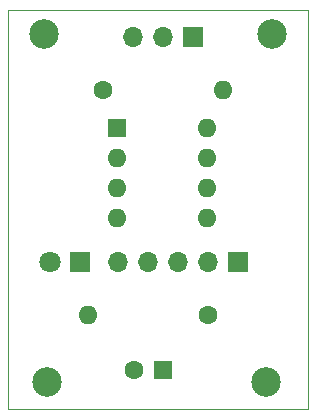
<source format=gbr>
%TF.GenerationSoftware,KiCad,Pcbnew,(6.0.0)*%
%TF.CreationDate,2022-02-06T14:28:58-06:00*%
%TF.ProjectId,moduloSonidoPCB,6d6f6475-6c6f-4536-9f6e-69646f504342,rev?*%
%TF.SameCoordinates,Original*%
%TF.FileFunction,Soldermask,Bot*%
%TF.FilePolarity,Negative*%
%FSLAX46Y46*%
G04 Gerber Fmt 4.6, Leading zero omitted, Abs format (unit mm)*
G04 Created by KiCad (PCBNEW (6.0.0)) date 2022-02-06 14:28:58*
%MOMM*%
%LPD*%
G01*
G04 APERTURE LIST*
%TA.AperFunction,Profile*%
%ADD10C,0.100000*%
%TD*%
%ADD11C,1.600000*%
%ADD12O,1.600000X1.600000*%
%ADD13R,1.700000X1.700000*%
%ADD14O,1.700000X1.700000*%
%ADD15C,2.500000*%
%ADD16R,1.600000X1.600000*%
%ADD17R,1.800000X1.800000*%
%ADD18C,1.800000*%
G04 APERTURE END LIST*
D10*
X116586000Y-76327000D02*
X141986000Y-76327000D01*
X141986000Y-76327000D02*
X141986000Y-110109000D01*
X141986000Y-110109000D02*
X116586000Y-110109000D01*
X116586000Y-110109000D02*
X116586000Y-76327000D01*
D11*
%TO.C,R2*%
X124587000Y-83058000D03*
D12*
X134747000Y-83058000D03*
%TD*%
D13*
%TO.C,J1*%
X132207000Y-78613000D03*
D14*
X129667000Y-78613000D03*
X127127000Y-78613000D03*
%TD*%
D15*
%TO.C,REF1*%
X138430000Y-107823000D03*
%TD*%
D16*
%TO.C,C1*%
X129729113Y-106807000D03*
D11*
X127229113Y-106807000D03*
%TD*%
D15*
%TO.C,REF3*%
X138938000Y-78359000D03*
%TD*%
D16*
%TO.C,U1*%
X125782000Y-86243000D03*
D12*
X125782000Y-88783000D03*
X125782000Y-91323000D03*
X125782000Y-93863000D03*
X133402000Y-93863000D03*
X133402000Y-91323000D03*
X133402000Y-88783000D03*
X133402000Y-86243000D03*
%TD*%
D15*
%TO.C,REF2*%
X119888000Y-107823000D03*
%TD*%
D17*
%TO.C,D1*%
X122682000Y-97663000D03*
D18*
X120142000Y-97663000D03*
%TD*%
D13*
%TO.C,J2*%
X136012000Y-97663000D03*
D14*
X133472000Y-97663000D03*
X130932000Y-97663000D03*
X128392000Y-97663000D03*
X125852000Y-97663000D03*
%TD*%
D15*
%TO.C,REF4*%
X119634000Y-78359000D03*
%TD*%
D11*
%TO.C,R1*%
X133477000Y-102108000D03*
D12*
X123317000Y-102108000D03*
%TD*%
M02*

</source>
